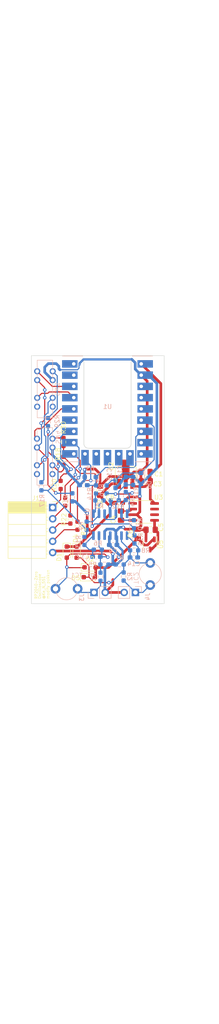
<source format=kicad_pcb>
(kicad_pcb (version 20241229) (generator "pcbnew") (generator_version "9.0")
  (layers (0 "F.Cu" signal) (2 "B.Cu" signal) (13 "F.Paste" user) (15 "B.Paste" user) (5 "F.SilkS" user "F.Silkscreen") (7 "B.SilkS" user "B.Silkscreen") (1 "F.Mask" user) (3 "B.Mask" user) (25 "Edge.Cuts" user))
  (net 0 "")
  (net 1 "+5V")
  (net 2 "GND")
  (net 3 "+3V3")
  (net 4 "Net-(U3-CAP+)")
  (net 5 "Net-(U3-CAP-)")
  (net 6 "-5V")
  (net 7 "-3V3")
  (net 8 "Net-(J3-Pin_1)")
  (net 9 "Net-(J4-Pin_1)")
  (net 10 "Net-(U4A-+)")
  (net 11 "Net-(D1-A)")
  (net 12 "Net-(C12-Pad2)")
  (net 13 "Net-(D4-A)")
  (net 14 "Net-(C14-Pad2)")
  (net 15 "Net-(U4A--)")
  (net 16 "Net-(R14-Pad1)")
  (net 17 "Net-(U4B--)")
  (net 18 "Net-(R16-Pad1)")
  (net 19 "Net-(R13-Pad2)")
  (net 20 "Net-(R10-Pad1)")
  (net 21 "Net-(R11-Pad2)")
  (net 22 "Net-(R17-Pad2)")
  (net 23 "Net-(R18-Pad2)")
  (net 24 "/GPIO6")
  (net 25 "/GPIO7")
  (net 26 "/GPIO8")
  (net 27 "/GPIO13")
  (net 28 "Net-(R29-Pad2)")
  (net 29 "Net-(R30-Pad2)")
  (net 32 "Net-(U1-GP3)")
  (net 33 "Net-(U1-GP2)")
  (net 36 "Net-(U1-GP5)")
  (net 37 "Net-(U1-GP4)")
  (net 48 "/ADC0")
  (net 49 "/ADC1")
  (net 50 "/GPIO9")
  (net 51 "/GPIO10")
  (net 52 "/GPIO11")
  (net 53 "/GPIO12")
  (net 54 "Net-(J1-Pin_1)")
  (net 55 "Net-(J1-Pin_2)")
  (net 56 "Net-(J1-Pin_3)")
  (net 57 "Net-(J1-Pin_4)")
  (footprint "Capacitor_SMD:C_0805_2012Metric_Pad1.18x1.45mm_HandSolder" (layer "F.Cu") (at 165.5 80.5 90)
    (property "Reference" "C2")
    (property "Value" "10u" (hide yes))
  )
  (footprint "Diode_SMD:D_SOD-323_HandSoldering" (layer "F.Cu") (at 163.25 97.8)
    (property "Reference" "D2")
    (property "Value" "1N5819WS" (hide yes))
  )
  (footprint "Capacitor_SMD:C_0805_2012Metric_Pad1.18x1.45mm_HandSolder" (layer "F.Cu") (at 175.7795 76.26 180)
    (property "Reference" "C1")
    (property "Value" "10u" (hide yes))
  )
  (footprint "Resistor_SMD:R_0603_1608Metric_Pad0.98x0.95mm_HandSolder" (layer "F.Cu") (at 157.25 73.75 -90)
    (property "Reference" "R18")
    (property "Value" "1k" (hide yes))
  )
  (footprint "Capacitor_SMD:C_0805_2012Metric_Pad1.18x1.45mm_HandSolder" (layer "F.Cu") (at 174.0295 90.2275 90)
    (property "Reference" "C6")
    (property "Value" "10u")
  )
  (footprint "Diode_SMD:D_SOD-323_HandSoldering" (layer "F.Cu") (at 163.0745 100.025)
    (property "Reference" "D5")
    (property "Value" "1N5819WS" (hide yes))
  )
  (footprint "Capacitor_SMD:C_0805_2012Metric_Pad1.18x1.45mm_HandSolder" (layer "F.Cu") (at 176.942 89.315 180)
    (property "Reference" "C5")
    (property "Value" "10u")
  )
  (footprint "Resistor_SMD:R_0603_1608Metric_Pad0.98x0.95mm_HandSolder" (layer "F.Cu") (at 156.6 79.2 90)
    (property "Reference" "R20")
    (property "Value" "1k")
  )
  (footprint "Resistor_SMD:R_0603_1608Metric_Pad0.98x0.95mm_HandSolder" (layer "F.Cu") (at 160.4 88.4 90)
    (property "Reference" "R23")
    (property "Value" "1k" (hide yes))
  )
  (footprint "Connector_PinSocket_2.54mm:PinSocket_1x05_P2.54mm_Horizontal" (layer "F.Cu") (at 154.8 84.3)
    (property "Reference" "J1")
    (property "Value" "Conn_01x05_Socket")
  )
  (footprint "Diode_SMD:D_SOD-323_HandSoldering" (layer "F.Cu") (at 157.9845 94.365 -90)
    (property "Reference" "D1")
    (property "Value" "1N5819WS" (hide yes))
  )
  (footprint "Package_TO_SOT_SMD:SOT-23-3" (layer "F.Cu") (at 176.8295 92.6275 -90)
    (property "Reference" "U5")
    (property "Value" "XC6201P332MR-G" (hide yes))
  )
  (footprint "Resistor_SMD:R_0603_1608Metric_Pad0.98x0.95mm_HandSolder" (layer "F.Cu") (at 157.6 83 90)
    (property "Reference" "R21" (hide yes))
    (property "Value" "1k" (hide yes))
  )
  (footprint "Resistor_SMD:R_0603_1608Metric_Pad0.98x0.95mm_HandSolder" (layer "F.Cu") (at 157.25 69.5 90)
    (property "Reference" "R30")
    (property "Value" "180" (hide yes))
  )
  (footprint "Resistor_SMD:R_0603_1608Metric_Pad0.98x0.95mm_HandSolder" (layer "F.Cu") (at 158.8 87 90)
    (property "Reference" "R22")
    (property "Value" "1k" (hide yes))
  )
  (footprint "Capacitor_SMD:C_0805_2012Metric_Pad1.18x1.45mm_HandSolder" (layer "F.Cu") (at 175.827 78.355 180)
    (property "Reference" "C3")
    (property "Value" "10u" (hide yes))
  )
  (footprint "Capacitor_SMD:C_0805_2012Metric_Pad1.18x1.45mm_HandSolder" (layer "F.Cu") (at 170.2445 86.1275 -90)
    (property "Reference" "C4")
    (property "Value" "10u" (hide yes))
  )
  (footprint "Package_TO_SOT_SMD:SOT-89-3_Handsoldering" (layer "F.Cu") (at 171.3045 76.49 90)
    (property "Reference" "U2")
    (property "Value" "UR133AG-33_AB3-B-R" (hide yes))
  )
  (footprint "Diode_SMD:D_SOD-323_HandSoldering" (layer "F.Cu") (at 160.2145 94.365 -90)
    (property "Reference" "D4")
    (property "Value" "1N5819WS" (hide yes))
  )
  (footprint "Capacitor_SMD:C_0603_1608Metric_Pad1.08x0.95mm_HandSolder" (layer "F.Cu") (at 169.75 83.25)
    (property "Reference" "C8")
    (property "Value" "0.1u" (hide yes))
  )
  (footprint "Package_SO:SOIC-8_3.9x4.9mm_P1.27mm" (layer "F.Cu") (at 175.3545 85.28)
    (property "Reference" "U3")
    (property "Value" "ICL7660" (hide yes))
  )
  (footprint "RP2040-Zero:RP2040 Zero" (layer "B.Cu") (at 177.35 74.8515 180)
    (property "Reference" "U1")
    (property "Value" "-")
    (fp_line (start 15.494 4.953) (end 15.494 23.749) (stroke (width 0.12)) (layer "Edge.Cuts"))
    (fp_line (start 5.842 3.937) (end 14.478 3.937) (stroke (width 0.12)) (layer "Edge.Cuts"))
    (fp_line (start 4.826 23.749) (end 4.826 4.953) (stroke (width 0.12)) (layer "Edge.Cuts"))
    (fp_arc (start 14.478 3.937) (mid 15.19642 4.23458) (end 15.494 4.953) (stroke (width 0.12)) (layer "Edge.Cuts"))
    (fp_arc (start 4.826 4.953) (mid 5.12358 4.23458) (end 5.842 3.937) (stroke (width 0.12)) (layer "Edge.Cuts"))
  )
  (footprint "Resistor_SMD:R_0603_1608Metric_Pad0.98x0.95mm_HandSolder" (layer "B.Cu") (at 173.17 88.0625 90)
    (property "Reference" "R10")
    (property "Value" "30k")
  )
  (footprint "Resistor_SMD:R_0603_1608Metric_Pad0.98x0.95mm_HandSolder" (layer "B.Cu") (at 166.9925 80.2275 90)
    (property "Reference" "R16")
    (property "Value" "2.7k" (hide yes))
  )
  (footprint "Resistor_SMD:R_0603_1608Metric_Pad0.98x0.95mm_HandSolder" (layer "B.Cu") (at 164.5925 80.2075 90)
    (property "Reference" "R14")
    (property "Value" "2.7k" (hide yes))
  )
  (footprint "Resistor_SMD:R_0603_1608Metric_Pad0.98x0.95mm_HandSolder" (layer "B.Cu") (at 164.998 93.8 180)
    (property "Reference" "R6")
    (property "Value" "100k" (hide yes))
  )
  (footprint "Resistor_SMD:R_0603_1608Metric_Pad0.98x0.95mm_HandSolder" (layer "B.Cu") (at 168.8225 82.65)
    (property "Reference" "R12")
    (property "Value" "15k" (hide yes))
  )
  (footprint "Resistor_SMD:R_0603_1608Metric_Pad0.98x0.95mm_HandSolder" (layer "B.Cu") (at 165.375 82.7 180)
    (property "Reference" "R3")
    (property "Value" "220k" (hide yes))
  )
  (footprint "Resistor_SMD:R_0603_1608Metric_Pad0.98x0.95mm_HandSolder" (layer "B.Cu") (at 159.25 82 90)
    (property "Reference" "R11")
    (property "Value" "15k" (hide yes))
  )
  (footprint "Resistor_SMD:R_0603_1608Metric_Pad0.98x0.95mm_HandSolder" (layer "B.Cu") (at 152.25 79.5 90)
    (property "Reference" "R17")
    (property "Value" "1k" (hide yes))
  )
  (footprint "Resistor_SMD:R_0603_1608Metric_Pad0.98x0.95mm_HandSolder" (layer "B.Cu") (at 161.9805 91.8275 90)
    (property "Reference" "R13")
    (property "Value" "2.7k" (hide yes))
  )
  (footprint "Resistor_SMD:R_0603_1608Metric_Pad0.98x0.95mm_HandSolder" (layer "B.Cu") (at 162.4805 88.4025 90)
    (property "Reference" "R9")
    (property "Value" "30k" (hide yes))
  )
  (footprint "Resistor_SMD:R_0603_1608Metric_Pad0.98x0.95mm_HandSolder" (layer "B.Cu") (at 170.835 99.8725 90)
    (property "Reference" "R2")
    (property "Value" "1M" (hide yes))
  )
  (footprint "Capacitor_SMD:C_0603_1608Metric_Pad1.08x0.95mm_HandSolder" (layer "B.Cu") (at 164.693 95.415 180)
    (property "Reference" "C12")
    (property "Value" "200p" (hide yes))
  )
  (footprint "TMCV01-10P100VB:TMCV01-10P100VB" (layer "B.Cu") (at 176.85 98.8 90)
    (property "Reference" "TC2")
    (property "Value" "30p" (hide yes))
  )
  (footprint "Capacitor_SMD:C_0603_1608Metric_Pad1.08x0.95mm_HandSolder" (layer "B.Cu") (at 161.75 79.25 180)
    (property "Reference" "C13" (hide yes))
    (property "Value" "200p" (hide yes))
  )
  (footprint "Slide_Switch:DP3T_MSS23D18" (layer "B.Cu") (at 153.05 57.53 90)
    (property "Reference" "SW3")
    (property "Value" "SW_DP3T" (hide yes))
  )
  (footprint "Diode_SMD:D_SOD-323_HandSoldering" (layer "B.Cu") (at 163.2975 77.425 180)
    (property "Reference" "D3")
    (property "Value" "1N5819WS" (hide yes))
  )
  (footprint "Capacitor_SMD:C_0603_1608Metric_Pad1.08x0.95mm_HandSolder" (layer "B.Cu") (at 169 79 -90)
    (property "Reference" "C15")
    (property "Value" "200p" (hide yes))
  )
  (footprint "Connector_PinSocket_2.54mm:PinSocket_1x02_P2.54mm_Vertical" (layer "B.Cu") (at 173.5 103.47 90)
    (property "Reference" "J4")
    (property "Value" "Conn_01x02_Pin" (hide yes))
  )
  (footprint "Diode_SMD:D_SOD-323_HandSoldering" (layer "B.Cu") (at 174.75 77.75 -90)
    (property "Reference" "D6")
    (property "Value" "1N5819WS")
  )
  (footprint "Resistor_SMD:R_0603_1608Metric_Pad0.98x0.95mm_HandSolder" (layer "B.Cu") (at 165.61 99.9225 90)
    (property "Reference" "R1")
    (property "Value" "1M" (hide yes))
  )
  (footprint "Resistor_SMD:R_0603_1608Metric_Pad0.98x0.95mm_HandSolder" (layer "B.Cu") (at 153.75 65 90)
    (property "Reference" "R29")
    (property "Value" "180")
  )
  (footprint "Connector_PinSocket_2.54mm:PinSocket_1x02_P2.54mm_Vertical" (layer "B.Cu") (at 164.14 103.47 -90)
    (property "Reference" "J3")
    (property "Value" "Conn_01x02_Pin" (hide yes))
  )
  (footprint "Resistor_SMD:R_0603_1608Metric_Pad0.98x0.95mm_HandSolder" (layer "B.Cu") (at 166.4975 97.16)
    (property "Reference" "R5")
    (property "Value" "100k" (hide yes))
  )
  (footprint "Capacitor_SMD:C_0603_1608Metric_Pad1.08x0.95mm_HandSolder" (layer "B.Cu") (at 168.4605 92.74)
    (property "Reference" "C9")
    (property "Value" "0.1u" (hide yes))
  )
  (footprint "Resistor_SMD:R_0603_1608Metric_Pad0.98x0.95mm_HandSolder" (layer "B.Cu") (at 173.2805 91.5025 90)
    (property "Reference" "R15")
    (property "Value" "2.7k" (hide yes))
  )
  (footprint "Resistor_SMD:R_0603_1608Metric_Pad0.98x0.95mm_HandSolder" (layer "B.Cu") (at 169.9475 97.16 180)
    (property "Reference" "R7")
    (property "Value" "100k" (hide yes))
  )
  (footprint "Package_SO:SOIC-14_3.9x8.7mm_P1.27mm" (layer "B.Cu") (at 167.8105 88.165 -90)
    (property "Reference" "U4")
    (property "Value" "~")
  )
  (footprint "Resistor_SMD:R_0603_1608Metric_Pad0.98x0.95mm_HandSolder" (layer "B.Cu") (at 171.3225 81.6975 90)
    (property "Reference" "R4")
    (property "Value" "220k" (hide yes))
  )
  (footprint "Resistor_SMD:R_0603_1608Metric_Pad0.98x0.95mm_HandSolder" (layer "B.Cu") (at 173.0025 78.2675 90)
    (property "Reference" "R19")
    (property "Value" "1k" (hide yes))
  )
  (footprint "Resistor_SMD:R_0603_1608Metric_Pad0.98x0.95mm_HandSolder" (layer "B.Cu") (at 173.218 93.965)
    (property "Reference" "R8")
    (property "Value" "100k" (hide yes))
  )
  (footprint "Slide_Switch:DP3T_MSS23D18" (layer "B.Cu") (at 153 72.75 90)
    (property "Reference" "SW4")
    (property "Value" "SW_DP3T" (hide yes))
  )
  (footprint "Capacitor_SMD:C_0603_1608Metric_Pad1.08x0.95mm_HandSolder" (layer "B.Cu") (at 171.3025 78.2425 90)
    (property "Reference" "C11")
    (property "Value" "0.1u" (hide yes))
  )
  (footprint "TMCV01-10P100VB:TMCV01-10P100VB" (layer "B.Cu") (at 157.44 102.64 180)
    (property "Reference" "TC1")
    (property "Value" "30p" (hide yes))
  )
  (footprint "Capacitor_SMD:C_0603_1608Metric_Pad1.08x0.95mm_HandSolder" (layer "B.Cu") (at 173.143 95.565)
    (property "Reference" "C14")
    (property "Value" "200p" (hide yes))
  )
  (gr_rect (start 150 50) (end 180 106) (stroke (width 0.1)) (fill no) (layer "Edge.Cuts"))
  (gr_text "modify pukkun" (at 154.090152 104.979321 90) (layer "F.SilkS") (effects (font (size 0.6 0.6) (thickness 0.1) (bold yes)) (justify left bottom)))
  (gr_text "RP2040-Zero" (at 151.4 105 90) (layer "F.SilkS") (effects (font (size 0.6 0.6) (thickness 0.1)) (justify left bottom)))
  (gr_text "@Ke_N_551" (at 153.118269 104.979321 90) (layer "F.SilkS") (effects (font (size 0.6 0.6) (thickness 0.1) (bold yes)) (justify left bottom)))
  (gr_text "Oscilloscope" (at 152.2 105 90) (layer "F.SilkS") (effects (font (size 0.6 0.6) (thickness 0.1)) (justify left bottom)))
  (segment (start 177.02 76.057) (end 176.817 76.26) (width 0.25) (layer "F.Cu") (net 1))
  (segment (start 173.4445 79.58) (end 172.8045 78.94) (width 0.6) (layer "F.Cu") (net 1))
  (segment (start 176.817 78.3075) (end 176.8645 78.355) (width 0.6) (layer "F.Cu") (net 1))
  (segment (start 179.25 56.5) (end 179.25 74.51) (width 0.6) (layer "F.Cu") (net 1))
  (segment (start 179.25 74.51) (end 177.5 76.26) (width 0.6) (layer "F.Cu") (net 1))
  (segment (start 176.8645 82.41) (end 177.8295 83.375) (width 0.6) (layer "F.Cu") (net 1))
  (segment (start 177.5 76.26) (end 176.817 76.26) (width 0.6) (layer "F.Cu") (net 1))
  (segment (start 176.817 76.26) (end 176.817 78.3075) (width 0.6) (layer "F.Cu") (net 1))
  (segment (start 174.81 51.8645) (end 179.25 56.3045) (width 0.6) (layer "F.Cu") (net 1))
  (segment (start 176.8645 78.355) (end 176.8645 82.41) (width 0.6) (layer "F.Cu") (net 1))
  (segment (start 179.25 56.3045) (end 179.25 56.5) (width 0.6) (layer "F.Cu") (net 1))
  (segment (start 175.6395 79.58) (end 173.4445 79.58) (width 0.6) (layer "F.Cu") (net 1))
  (segment (start 176.8645 78.355) (end 175.6395 79.58) (width 0.6) (layer "F.Cu") (net 1))
  (segment (start 171.3045 78.38038) (end 170.38912 77.465) (width 0.25) (layer "F.Cu") (net 2))
  (segment (start 174.35 81.9) (end 174.5 81.75) (width 0.6) (layer "F.Cu") (net 2))
  (segment (start 175.7795 89.19) (end 175.9045 89.315) (width 0.25) (layer "F.Cu") (net 2))
  (segment (start 164.4 75.6) (end 162.15 75.6) (width 0.6) (layer "F.Cu") (net 2))
  (segment (start 173.177392 76.26) (end 171.3045 78.132892) (width 0.6) (layer "F.Cu") (net 2))
  (segment (start 166.68 103.47) (end 170.96 103.47) (width 0.6) (layer "F.Cu") (net 2))
  (segment (start 173.42488 76.26) (end 171.3045 78.38038) (width 0.25) (layer "F.Cu") (net 2))
  (segment (start 174.81 54.4045) (end 176.16 55.7545) (width 0.6) (layer "F.Cu") (net 2))
  (segment (start 167.6725 77.29) (end 165.5 79.4625) (width 0.6) (layer "F.Cu") (net 2))
  (segment (start 171.19 89.19) (end 170.75 88.75) (width 0.6) (layer "F.Cu") (net 2))
  (segment (start 167.4975 77.465) (end 165.5 79.4625) (width 0.25) (layer "F.Cu") (net 2))
  (segment (start 173.665 85.915) (end 172.8795 85.915) (width 0.25) (layer "F.Cu") (net 2))
  (segment (start 171.9625 81.9) (end 174.35 81.9) (width 0.6) (layer "F.Cu") (net 2))
  (segment (start 154.8 94.46) (end 155.145 94.115) (width 0.6) (layer "F.Cu") (net 2))
  (segment (start 176.16 74.842) (end 174.742 76.26) (width 0.6) (layer "F.Cu") (net 2))
  (segment (start 167.700914 94.115) (end 168.392957 94.807043) (width 0.6) (layer "F.Cu") (net 2))
  (segment (start 168.4 100.5695) (end 168.4 101.75) (width 0.6) (layer "F.Cu") (net 2))
  (segment (start 168.4 101.75) (end 166.68 103.47) (width 0.6) (layer "F.Cu") (net 2))
  (segment (start 170.461608 77.29) (end 167.6725 77.29) (width 0.6) (layer "F.Cu") (net 2))
  (segment (start 176.16 55.7545) (end 176.16 74.842) (width 0.6) (layer "F.Cu") (net 2))
  (segment (start 174.742 78.3075) (end 174.7895 78.355) (width 0.6) (layer "F.Cu") (net 2))
  (segment (start 174.1545 89.315) (end 174.0295 89.19) (width 0.6) (layer "F.Cu") (net 2))
  (segment (start 165.5 76.7) (end 164.4 75.6) (width 0.6) (layer "F.Cu") (net 2))
  (segment (start 174.75 86.8105) (end 174.75 88.4695) (width 0.6) (layer "F.Cu") (net 2))
  (segment (start 175.9045 89.315) (end 175.9045 91.465) (width 0.6) (layer "F.Cu") (net 2))
  (segment (start 172.8795 85.915) (end 173.8545 85.915) (width 0.6) (layer "F.Cu") (net 2))
  (segment (start 174.742 76.26) (end 173.177392 76.26) (width 0.6) (layer "F.Cu") (net 2))
  (segment (start 174.0295 89.19) (end 171.19 89.19) (width 0.6) (layer "F.Cu") (net 2))
  (segment (start 171.3045 78.132892) (end 170.461608 77.29) (width 0.6) (layer "F.Cu") (net 2))
  (segment (start 175.9045 91.465) (end 175.8795 91.49) (width 0.6) (layer "F.Cu") (net 2))
  (segment (start 155.145 94.115) (end 167.700914 94.115) (width 0.6) (layer "F.Cu") (net 2))
  (segment (start 173.8545 85.915) (end 174.75 86.8105) (width 0.6) (layer "F.Cu") (net 2))
  (segment (start 162.15 75.6) (end 162 75.75) (width 0.6) (layer "F.Cu") (net 2))
  (segment (start 174.5 85.2695) (end 173.8545 85.915) (width 0.6) (layer "F.Cu") (net 2))
  (segment (start 174.742 76.26) (end 173.42488 76.26) (width 0.25) (layer "F.Cu") (net 2))
  (segment (start 170.38912 77.465) (end 167.4975 77.465) (width 0.25) (layer "F.Cu") (net 2))
  (segment (start 171.3045 78.8525) (end 171.3045 78.132892) (width 0.6) (layer "F.Cu") (net 2))
  (segment (start 174.5 81.75) (end 174.5 85.2695) (width 0.6) (layer "F.Cu") (net 2))
  (segment (start 170.6125 83.25) (end 171.9625 81.9) (width 0.6) (layer "F.Cu") (net 2))
  (segment (start 174.742 76.26) (end 174.742 78.3075) (width 0.6) (layer "F.Cu") (net 2))
  (segment (start 174.75 88.4695) (end 174.0295 89.19) (width 0.6) (layer "F.Cu") (net 2))
  (segment (start 171.3045 78.38038) (end 171.3045 78.8525) (width 0.25) (layer "F.Cu") (net 2))
  (segment (start 165.5 79.4625) (end 165.5 76.7) (width 0.6) (layer "F.Cu") (net 2))
  (segment (start 174.0295 89.19) (end 174.1795 89.04) (width 0.25) (layer "F.Cu") (net 2))
  (segment (start 175.9045 89.315) (end 174.1545 89.315) (width 0.6) (layer "F.Cu") (net 2))
  (via (at 168.392957 94.807043) (size 0.8) (drill 0.4) (layers "F.Cu" "B.Cu") (net 2))
  (via (at 162 75.75) (size 0.8) (drill 0.4) (layers "F.Cu" "B.Cu") (net 2))
  (via (at 174.5 81.75) (size 0.8) (drill 0.4) (layers "F.Cu" "B.Cu") (net 2))
  (via (at 170.75 88.75) (size 0.8) (drill 0.4) (layers "F.Cu" "B.Cu") (net 2))
  (segment (start 169.115305 97.16) (end 170.475 95.800305) (width 0.25) (layer "B.Cu") (net 2))
  (segment (start 155.6 51.8) (end 156.2 52.4) (width 0.6) (layer "B.Cu") (net 2))
  (segment (start 154.8 55.53) (end 153 53.73) (width 0.6) (layer "B.Cu") (net 2))
  (segment (start 158.047391 75.75) (end 158.047391 76.274598) (width 0.6) (layer "B.Cu") (net 2))
  (segment (start 162.0475 78.09) (end 160.8875 79.25) (width 0.6) (layer "B.Cu") (net 2))
  (segment (start 166.5405 89.665) (end 167.0405 89.165) (width 0.6) (layer "B.Cu") (net 2))
  (segment (start 153 52.6) (end 153.8 51.8) (width 0.6) (layer "B.Cu") (net 2))
  (segment (start 167.0405 89.165) (end 168.5805 89.165) (width 0.6) (layer "B.Cu") (net 2))
  (segment (start 173.0025 77.355) (end 173.105 77.355) (width 0.6) (layer "B.Cu") (net 2))
  (segment (start 169.035 97.16) (end 169.5225 97.16) (width 0.25) (layer "B.Cu") (net 2))
  (segment (start 166.6 97.97) (end 167.41 97.16) (width 0.6) (layer "B.Cu") (net 2))
  (segment (start 171.3025 77.38) (end 170.3275 78.355) (width 0.6) (layer "B.Cu") (net 2))
  (segment (start 170.3275 78.535) (end 169 79.8625) (width 0.6) (layer "B.Cu") (net 2))
  (segment (start 170.475 95.800305) (end 170.475 93.892) (width 0.25) (layer "B.Cu") (net 2))
  (segment (start 162.0475 77.425) (end 162.0475 75.7975) (width 0.6) (layer "B.Cu") (net 2))
  (segment (start 173.46 51.614236) (end 172.662908 50.817144) (width 0.6) (layer "B.Cu") (net 2))
  (segment (start 173.46 53.0545) (end 173.46 51.614236) (width 0.6) (layer "B.Cu") (net 2))
  (segment (start 156.2 52.967974) (end 156.434638 53.202612) (width 0.6) (layer "B.Cu") (net 2))
  (segment (start 161.752447 50.8525) (end 160.87 51.734947) (width 0.5) (layer "B.Cu") (net 2))
  (segment (start 169.9955 88.75) (end 170.75 88.75) (width 0.6) (layer "B.Cu") (net 2))
  (segment (start 174.5 81.75) (end 174.75 81.5) (width 0.25) (layer "B.Cu") (net 2))
  (segment (start 173.0025 77.355) (end 171.3275 77.355) (width 0.6) (layer "B.Cu") (net 2))
  (segment (start 170.6 94.017) (end 170.6 95.852082) (width 0.5) (layer "B.Cu") (net 2))
  (segment (start 169.323 92.74) (end 169.323 90.8825) (width 0.6) (layer "B.Cu") (net 2))
  (segment (start 160.745 52.036723) (end 160.745 52.84912) (width 0.25) (layer "B.Cu") (net 2))
  (segment (start 168.392957 94.807043) (end 168.392957 96.517957) (width 0.6) (layer "B.Cu") (net 2))
  (segment (start 162 77.3775) (end 162.0475 77.425) (width 0.25) (layer "B.Cu") (net 2))
  (segment (start 172.627553 50.8525) (end 161.752447 50.8525) (width 0.5) (layer "B.Cu") (net 2))
  (segment (start 174.5 81.75) (end 174.5 79.25) (width 0.6) (layer "B.Cu") (net 2))
  (segment (start 154.75 72.452609) (end 154.75 70.75) (width 0.6) (layer "B.Cu") (net 2))
  (segment (start 174.81 54.4045) (end 173.46 53.0545) (width 0.6) (layer "B.Cu") (net 2))
  (segment (start 169.292082 97.16) (end 169.035 97.16) (width 0.5) (layer "B.Cu") (net 2))
  (segment (start 168.5805 89.165) (end 169.0805 89.665) (width 0.6) (layer "B.Cu") (net 2))
  (segment (start 160.745 52.84912) (end 160.391508 53.202612) (width 0.25) (layer "B.Cu") (net 2))
  (segment (start 160.8875 79.114707) (end 160.8875 79.25) (width 0.6) (layer "B.Cu") (net 2))
  (segment (start 169.323 90.8825) (end 169.0805 90.64) (width 0.6) (layer "B.Cu") (net 2))
  (segment (start 153 53.73) (end 153 52.6) (width 0.6) (layer "B.Cu") (net 2))
  (segment (start 174.5 79.25) (end 174.75 79) (width 0.6) (layer "B.Cu") (net 2))
  (segment (start 158.047391 75.75) (end 154.75 72.452609) (width 0.6) (layer "B.Cu") (net 2))
  (segment (start 174.81 54.4045) (end 176.477108 54.4045) (width 0.6) (layer "B.Cu") (net 2))
  (segment (start 171.3025 77.38) (end 171.3025 77.56) (width 0.25) (layer "B.Cu") (net 2))
  (segment (start 169.035 97.16) (end 167.41 97.16) (width 0.6) (layer "B.Cu") (net 2))
  (segment (start 153.8 51.8) (end 155.6 51.8) (width 0.6) (layer "B.Cu") (net 2))
  (segment (start 166.68 103.47) (end 166.6 103.39) (width 0.6) (layer "B.Cu") (net 2))
  (segment (start 170.6 95.852082) (end 169.292082 97.16) (width 0.5) (layer "B.Cu") (net 2))
  (segment (start 160.391508 53.202612) (end 156.434638 53.202612) (width 0.25) (layer "B.Cu") (net 2))
  (segment (start 168.392957 96.517957) (end 169.035 97.16) (width 0.6) (layer "B.Cu") (net 2))
  (segment (start 166.5405 90.64) (end 166.5405 89.665) (width 0.6) (layer "B.Cu") (net 2))
  (segment (start 176.477108 54.4045) (end 178.36 56.287392) (width 0.6) (layer "B.Cu") (net 2))
  (segment (start 158.047391 76.274598) (end 160.8875 79.114707) (width 0.6) (layer "B.Cu") (net 2))
  (segment (start 167.41 97.16) (end 169.115305 97.16) (width 0.25) (layer "B.Cu") (net 2))
  (segment (start 156.2 52.4) (end 156.2 52.967974) (width 0.6) (layer "B.Cu") (net 2))
  (segment (start 166.6 103.39) (end 166.6 97.97) (width 0.6) (layer "B.Cu") (net 2))
  (segment (start 162.0475 75.7975) (end 162 75.75) (width 0.6) (layer "B.Cu") (net 2))
  (segment (start 170.3275 78.355) (end 170.3275 78.535) (width 0.6) (layer "B.Cu") (net 2))
  (segment (start 173.105 77.355) (end 174.75 79) (width 0.6) (layer "B.Cu") (net 2))
  (segment (start 169.0805 90.64) (end 169.0805 89.665) (width 0.6) (layer "B.Cu") (net 2))
  (segment (start 178.36 56.287392) (end 178.36 75.39) (width 0.6) (layer "B.Cu") (net 2))
  (segment (start 178.36 75.39) (end 174.75 79) (width 0.6) (layer "B.Cu") (net 2))
  (segment (start 162.0475 77.425) (end 162.0475 78.09) (width 0.6) (layer "B.Cu") (net 2))
  (segment (start 160.87 51.734947) (end 160.87 52.036723) (width 0.5) (layer "B.Cu") (net 2))
  (segment (start 169.0805 89.665) (end 169.9955 88.75) (width 0.6) (layer "B.Cu") (net 2))
  (segment (start 170.475 93.892) (end 169.323 92.74) (width 0.25) (layer "B.Cu") (net 2))
  (segment (start 169.323 92.74) (end 170.6 94.017) (width 0.5) (layer "B.Cu") (net 2))
  (segment (start 171.3275 77.355) (end 171.3025 77.38) (width 0.6) (layer "B.Cu") (net 2))
  (segment (start 167.75 85.772793) (end 160.407793 93.115) (width 0.6) (layer "F.Cu") (net 3))
  (segment (start 165.5 81.75) (end 167.75 84) (width 0.6) (layer "F.Cu") (net 3))
  (segment (start 168.5 83.25) (end 167.75 84) (width 0.6) (layer "F.Cu") (net 3))
  (segment (start 165.5 81.5375) (end 165.5 81.75) (width 0.6) (layer "F.Cu") (net 3))
  (segment (start 167.75 84) (end 167.75 85.772793) (width 0.6) (layer "F.Cu") (net 3))
  (segment (start 167.75 85.5795) (end 163.53975 89.78975) (width 0.25) (layer "F.Cu") (net 3))
  (segment (start 168.8875 83.25) (end 168.5 83.25) (width 0.6) (layer "F.Cu") (net 3))
  (segment (start 168.0975 78.94) (end 165.5 81.5375) (width 0.6) (layer "F.Cu") (net 3))
  (segment (start 169.8045 78.94) (end 168.0975 78.94) (width 0.6) (layer "F.Cu") (net 3))
  (segment (start 167.75 84) (end 167.75 85.5795) (width 0.25) (layer "F.Cu") (net 3))
  (segment (start 163.53975 89.78975) (end 160.2145 93.115) (width 0.25) (layer "F.Cu") (net 3))
  (segment (start 162.6 85.6) (end 162.6 88.85) (width 0.6) (layer "F.Cu") (net 3))
  (segment (start 162.6 88.85) (end 163.53975 89.78975) (width 0.6) (layer "F.Cu") (net 3))
  (segment (start 160.2145 93.115) (end 157.9845 93.115) (width 0.6) (layer "F.Cu") (net 3))
  (segment (start 160.407793 93.115) (end 160.2145 93.115) (width 0.6) (layer "F.Cu") (net 3))
  (via (at 162.6 85.6) (size 0.8) (drill 0.4) (layers "F.Cu" "B.Cu") (net 3))
  (via (at 167.75 84) (size 0.8) (drill 0.4) (layers "F.Cu" "B.Cu") (net 3))
  (segment (start 167.91 82.65) (end 167.91 83.84) (width 0.6) (layer "B.Cu") (net 3))
  (segment (start 167.75 84) (end 167.75 85.6295) (width 0.6) (layer "B.Cu") (net 3))
  (segment (start 167.75 85.6295) (end 167.8105 85.69) (width 0.6) (layer "B.Cu") (net 3))
  (segment (start 167.91 83.84) (end 167.75 84) (width 0.6) (layer "B.Cu") (net 3))
  (segment (start 159.25 82.9125) (end 159.9125 82.9125) (width 0.6) (layer "B.Cu") (net 3))
  (segment (start 159.9125 82.9125) (end 162.6 85.6) (width 0.6) (layer "B.Cu") (net 3))
  (segment (start 172.4345 85.09) (end 172.8795 84.645) (width 0.25) (layer "F.Cu") (net 4))
  (segment (start 170.2445 85.09) (end 172.4345 85.09) (width 0.25) (layer "F.Cu") (net 4))
  (segment (start 172.8595 87.165) (end 172.8795 87.185) (width 0.25) (layer "F.Cu") (net 5))
  (segment (start 170.2445 87.165) (end 172.8595 87.165) (width 0.25) (layer "F.Cu") (net 5))
  (segment (start 177.9795 89.315) (end 178.5795 89.915) (width 0.6) (layer "F.Cu") (net 6))
  (segment (start 177.1195 93.765) (end 176.8295 93.765) (width 0.6) (layer "F.Cu") (net 6))
  (segment (start 177.8295 87.185) (end 177.8295 89.165) (width 0.6) (layer "F.Cu") (net 6))
  (segment (start 178.5795 92.305) (end 177.1195 93.765) (width 0.6) (layer "F.Cu") (net 6))
  (segment (start 177.8295 89.165) (end 177.9795 89.315) (width 0.6) (layer "F.Cu") (net 6))
  (segment (start 178.5795 89.915) (end 178.5795 92.305) (width 0.6) (layer "F.Cu") (net 6))
  (segment (start 164.527 97.835) (end 167.4595 97.835) (width 0.25) (layer "F.Cu") (net 7))
  (segment (start 169.7945 95.5) (end 170.52225 94.77225) (width 0.25) (layer "F.Cu") (net 7))
  (segment (start 169.7945 95.5) (end 169.75 95.5) (width 0.6) (layer "F.Cu") (net 7))
  (segment (start 169.75 95.5) (end 167.415 97.835) (width 0.6) (layer "F.Cu") (net 7))
  (segment (start 167.4595 97.835) (end 170.52225 94.77225) (width 0.25) (layer "F.Cu") (net 7))
  (segment (start 167.415 97.835) (end 164.527 97.835) (width 0.6) (layer "F.Cu") (net 7))
  (segment (start 170.52225 94.77225) (end 174.0295 91.265) (width 0.25) (layer "F.Cu") (net 7))
  (segment (start 174.0295 91.265) (end 169.7945 95.5) (width 0.6) (layer "F.Cu") (net 7))
  (segment (start 164.527 99.8225) (end 164.3245 100.025) (width 0.6) (layer "F.Cu") (net 7))
  (segment (start 175.524146 92.759646) (end 176.247544 92.759646) (width 0.6) (layer "F.Cu") (net 7))
  (segment (start 164.527 97.835) (end 164.527 99.8225) (width 0.6) (layer "F.Cu") (net 7))
  (segment (start 174.0295 91.265) (end 175.524146 92.759646) (width 0.6) (layer "F.Cu") (net 7))
  (segment (start 177.51719 91.49) (end 177.7795 91.49) (width 0.6) (layer "F.Cu") (net 7))
  (segment (start 176.247544 92.759646) (end 177.51719 91.49) (width 0.6) (layer "F.Cu") (net 7))
  (via (at 169.75 95.5) (size 0.8) (drill 0.4) (layers "F.Cu" "B.Cu") (net 7))
  (segment (start 167.598 90.8525) (end 167.8105 90.64) (width 0.6) (layer "B.Cu") (net 7))
  (segment (start 169.75 94.892) (end 167.598 92.74) (width 0.6) (layer "B.Cu") (net 7))
  (segment (start 169.75 95.5) (end 169.75 94.892) (width 0.6) (layer "B.Cu") (net 7))
  (segment (start 167.598 92.74) (end 167.598 90.8525) (width 0.6) (layer "B.Cu") (net 7))
  (segment (start 164.14 103.47) (end 161.27 103.47) (width 0.25) (layer "B.Cu") (net 8))
  (segment (start 161.27 103.47) (end 160.44 102.64) (width 0.25) (layer "B.Cu") (net 8))
  (segment (start 165.61 100.835) (end 165.61 102) (width 0.25) (layer "B.Cu") (net 8))
  (segment (start 165.61 102) (end 164.14 103.47) (width 0.25) (layer "B.Cu") (net 8))
  (segment (start 173.5 103.47) (end 173.5 103.45) (width 0.25) (layer "B.Cu") (net 9))
  (segment (start 173.5 103.45) (end 170.835 100.785) (width 0.25) (layer "B.Cu") (net 9))
  (segment (start 173.5 103.47) (end 175.18 103.47) (width 0.25) (layer "B.Cu") (net 9))
  (segment (start 175.18 103.47) (end 176.85 101.8) (width 0.25) (layer "B.Cu") (net 9))
  (segment (start 166.8655 86.99) (end 166.5405 86.665) (width 0.25) (layer "B.Cu") (net 10))
  (segment (start 169.0805 86.665) (end 168.7555 86.99) (width 0.25) (layer "B.Cu") (net 10))
  (segment (start 171.3025 79.105) (end 169.735 80.6725) (width 0.25) (layer "B.Cu") (net 10))
  (segment (start 168.7555 86.99) (end 166.8655 86.99) (width 0.25) (layer "B.Cu") (net 10))
  (segment (start 169.0805 83.3045) (end 169.0805 85.69) (width 0.25) (layer "B.Cu") (net 10))
  (segment (start 169.735 82.65) (end 169.0805 83.3045) (width 0.25) (layer "B.Cu") (net 10))
  (segment (start 173.0025 79.18) (end 171.3775 79.18) (width 0.25) (layer "B.Cu") (net 10))
  (segment (start 169.735 80.6725) (end 169.735 82.65) (width 0.25) (layer "B.Cu") (net 10))
  (segment (start 166.5405 86.665) (end 166.5405 85.69) (width 0.25) (layer "B.Cu") (net 10))
  (segment (start 169.0805 85.69) (end 169.0805 86.665) (width 0.25) (layer "B.Cu") (net 10))
  (segment (start 171.3775 79.18) (end 171.3025 79.105) (width 0.25) (layer "B.Cu") (net 10))
  (segment (start 157.9845 95.615) (end 157.9845 97.855) (width 0.25) (layer "F.Cu") (net 11))
  (segment (start 159.25 97.875) (end 161.987 97.875) (width 0.25) (layer "F.Cu") (net 11))
  (segment (start 158 97.75) (end 158.125 97.875) (width 0.25) (layer "F.Cu") (net 11))
  (segment (start 161.987 97.875) (end 162.027 97.835) (width 0.25) (layer "F.Cu") (net 11))
  (segment (start 158.8095 94.79) (end 157.9845 95.615) (width 0.25) (layer "F.Cu") (net 11))
  (segment (start 158.0045 97.875) (end 159.25 97.875) (width 0.25) (layer "F.Cu") (net 11))
  (segment (start 166.54 94.79) (end 158.8095 94.79) (width 0.25) (layer "F.Cu") (net 11))
  (segment (start 157.9845 97.855) (end 158.0045 97.875) (width 0.25) (layer "F.Cu") (net 11))
  (segment (start 158.125 97.875) (end 159.25 97.875) (width 0.25) (layer "F.Cu") (net 11))
  (segment (start 167.25 95.5) (end 166.54 94.79) (width 0.25) (layer "F.Cu") (net 11))
  (via (at 158 97.75) (size 0.8) (drill 0.4) (layers "F.Cu" "B.Cu") (net 11))
  (via (at 167.25 95.5) (size 0.8) (drill 0.4) (layers "F.Cu" "B.Cu") (net 11))
  (segment (start 155.44 102.64) (end 158 100.08) (width 0.25) (layer "B.Cu") (net 11))
  (segment (start 165.5555 95.415) (end 167.165 95.415) (width 0.25) (layer "B.Cu") (net 11))
  (segment (start 158 100.08) (end 158 97.75) (width 0.25) (layer "B.Cu") (net 11))
  (segment (start 165.9105 95.06) (end 165.5555 95.415) (width 0.25) (layer "B.Cu") (net 11))
  (segment (start 165.61 97.185) (end 165.585 97.16) (width 0.25) (layer "B.Cu") (net 11))
  (segment (start 165.9105 93.8) (end 165.9105 95.06) (width 0.25) (layer "B.Cu") (net 11))
  (segment (start 165.585 95.4445) (end 165.5555 95.415) (width 0.25) (layer "B.Cu") (net 11))
  (segment (start 167.165 95.415) (end 167.25 95.5) (width 0.25) (layer "B.Cu") (net 11))
  (segment (start 165.585 97.16) (end 165.585 95.4445) (width 0.25) (layer "B.Cu") (net 11))
  (segment (start 165.2705 93.16) (end 165.9105 93.8) (width 0.25) (layer "B.Cu") (net 11))
  (segment (start 165.2705 90.64) (end 165.2705 93.16) (width 0.25) (layer "B.Cu") (net 11))
  (segment (start 165.61 99.01) (end 165.61 97.185) (width 0.25) (layer "B.Cu") (net 11))
  (segment (start 164.0005 90.64) (end 161.9805 92.66) (width 0.25) (layer "B.Cu") (net 12))
  (segment (start 164.0855 93.8) (end 163.0405 93.8) (width 0.25) (layer "B.Cu") (net 12))
  (segment (start 163.0405 93.8) (end 161.9805 92.74) (width 0.25) (layer "B.Cu") (net 12))
  (segment (start 163.8305 94.055) (end 164.0855 93.8) (width 0.25) (layer "B.Cu") (net 12))
  (segment (start 161.9805 92.66) (end 161.9805 92.74) (width 0.25) (layer "B.Cu") (net 12))
  (segment (start 163.8305 95.415) (end 163.8305 94.055) (width 0.25) (layer "B.Cu") (net 12))
  (segment (start 163.011326 97.498152) (end 163.011326 100.025) (width 0.25) (layer "F.Cu") (net 13))
  (segment (start 167.5 101.25) (end 164.236326 101.25) (width 0.25) (layer "F.Cu") (net 13))
  (segment (start 164.236326 101.25) (end 163.011326 100.025) (width 0.25) (layer "F.Cu") (net 13))
  (segment (start 161.128174 95.615) (end 163.011326 97.498152) (width 0.25) (layer "F.Cu") (net 13))
  (segment (start 163.011326 100.025) (end 161.8245 100.025) (width 0.25) (layer "F.Cu") (net 13))
  (segment (start 160.2145 95.615) (end 161.128174 95.615) (width 0.25) (layer "F.Cu") (net 13))
  (via (at 167.5 101.25) (size 0.8) (drill 0.4) (layers "F.Cu" "B.Cu") (net 13))
  (segment (start 172.2805 95.565) (end 172.2805 95.7395) (width 0.25) (layer "B.Cu") (net 13))
  (segment (start 170.86 97.16) (end 170.86 98.935) (width 0.25) (layer "B.Cu") (net 13))
  (segment (start 173.5155 96.8) (end 172.2805 95.565) (width 0.25) (layer "B.Cu") (net 13))
  (segment (start 176.85 96.8) (end 173.5155 96.8) (width 0.25) (layer "B.Cu") (net 13))
  (segment (start 172.2805 95.7395) (end 170.86 97.16) (width 0.25) (layer "B.Cu") (net 13))
  (segment (start 172.3055 93.965) (end 170.3505 92.01) (width 0.25) (layer "B.Cu") (net 13))
  (segment (start 170.835 98.96) (end 170.29 98.96) (width 0.25) (layer "B.Cu") (net 13))
  (segment (start 172.3055 95.54) (end 172.2805 95.565) (width 0.25) (layer "B.Cu") (net 13))
  (segment (start 172.3055 93.965) (end 172.3055 95.54) (width 0.25) (layer "B.Cu") (net 13))
  (segment (start 170.29 98.96) (end 168 101.25) (width 0.25) (layer "B.Cu") (net 13))
  (segment (start 170.3505 92.01) (end 170.3505 90.64) (width 0.25) (layer "B.Cu") (net 13))
  (segment (start 168 101.25) (end 167.5 101.25) (width 0.25) (layer "B.Cu") (net 13))
  (segment (start 170.86 98.935) (end 170.835 98.96) (width 0.25) (layer "B.Cu") (net 13))
  (segment (start 174.1305 93.965) (end 174.1305 93.265) (width 0.25) (layer "B.Cu") (net 14))
  (segment (start 173.2805 92.3) (end 171.6205 90.64) (width 0.25) (layer "B.Cu") (net 14))
  (segment (start 174.0055 95.565) (end 174.0055 94.09) (width 0.25) (layer "B.Cu") (net 14))
  (segment (start 173.2805 92.415) (end 173.2805 92.3) (width 0.25) (layer "B.Cu") (net 14))
  (segment (start 174.1305 93.265) (end 173.2805 92.415) (width 0.25) (layer "B.Cu") (net 14))
  (segment (start 174.0055 94.09) (end 174.1305 93.965) (width 0.25) (layer "B.Cu") (net 14))
  (segment (start 162.4805 87.49) (end 163.847252 87.49) (width 0.25) (layer "B.Cu") (net 15))
  (segment (start 165.2705 86.066752) (end 165.2705 85.69) (width 0.25) (layer "B.Cu") (net 15))
  (segment (start 163.847252 87.49) (end 165.2705 86.066752) (width 0.25) (layer "B.Cu") (net 15))
  (segment (start 166.2875 82.7) (end 165.2705 83.717) (width 0.25) (layer "B.Cu") (net 15))
  (segment (start 165.2705 83.717) (end 165.2705 85.69) (width 0.25) (layer "B.Cu") (net 15))
  (segment (start 164.4625 82.7) (end 164.4625 85.228) (width 0.25) (layer "B.Cu") (net 16))
  (segment (start 164.4625 81.25) (end 164.5925 81.12) (width 0.25) (layer "B.Cu") (net 16))
  (segment (start 164.4625 82.7) (end 164.4625 81.25) (width 0.25) (layer "B.Cu") (net 16))
  (segment (start 164.4625 85.228) (end 164.0005 85.69) (width 0.25) (layer "B.Cu") (net 16))
  (segment (start 170.3505 83.582) (end 171.3225 82.61) (width 0.25) (layer "B.Cu") (net 17))
  (segment (start 170.3505 86.665) (end 170.3505 85.69) (width 0.25) (layer "B.Cu") (net 17))
  (segment (start 170.3505 85.69) (end 170.3505 83.582) (width 0.25) (layer "B.Cu") (net 17))
  (segment (start 170.8355 87.15) (end 170.3505 86.665) (width 0.25) (layer "B.Cu") (net 17))
  (segment (start 173.17 87.15) (end 170.8355 87.15) (width 0.25) (layer "B.Cu") (net 17))
  (segment (start 169 81.25) (end 172.5 81.25) (width 0.25) (layer "F.Cu") (net 18))
  (segment (start 172.5 81.25) (end 172.75 81) (width 0.25) (layer "F.Cu") (net 18))
  (via (at 169 81.25) (size 0.8) (drill 0.4) (layers "F.Cu" "B.Cu") (net 18))
  (via (at 172.75 81) (size 0.8) (drill 0.4) (layers "F.Cu" "B.Cu") (net 18))
  (segment (start 171.5375 81) (end 171.3225 80.785) (width 0.25) (layer "B.Cu") (net 18))
  (segment (start 172.75 81) (end 171.5375 81) (width 0.25) (layer "B.Cu") (net 18))
  (segment (start 171.3225 80.785) (end 172.1225 81.585) (width 0.25) (layer "B.Cu") (net 18))
  (segment (start 168.89 81.14) (end 169 81.25) (width 0.25) (layer "B.Cu") (net 18))
  (segment (start 170.9675 81.14) (end 171.3225 80.785) (width 0.25) (layer "B.Cu") (net 18))
  (segment (start 172.1225 85.188) (end 171.6205 85.69) (width 0.25) (layer "B.Cu") (net 18))
  (segment (start 172.1225 81.585) (end 172.1225 85.188) (width 0.25) (layer "B.Cu") (net 18))
  (segment (start 166.9925 81.14) (end 168.89 81.14) (width 0.25) (layer "B.Cu") (net 18))
  (segment (start 156 74.975402) (end 156.025455 75.000857) (width 0.25) (layer "F.Cu") (net 19))
  (segment (start 153.8 67.525) (end 153.725 67.6) (width 0.25) (layer "F.Cu") (net 19))
  (segment (start 153.8 67.2) (end 153.8 67.525) (width 0.25) (layer "F.Cu") (net 19))
  (segment (start 153.725 67.6) (end 153.725 67.475) (width 0.25) (layer "F.Cu") (net 19))
  (segment (start 156 73.938) (end 156 74.975402) (width 0.25) (layer "F.Cu") (net 19))
  (segment (start 156 73.938) (end 153.725 71.663) (width 0.25) (layer "F.Cu") (net 19))
  (segment (start 153.725 71.663) (end 153.725 67.6) (width 0.25) (layer "F.Cu") (net 19))
  (via (at 156.025455 75.000857) (size 0.8) (drill 0.4) (layers "F.Cu" "B.Cu") (net 19))
  (via (at 153.8 67.2) (size 0.8) (drill 0.4) (layers "F.Cu" "B.Cu") (net 19))
  (segment (start 156.025455 75.000857) (end 156.025455 75.724545) (width 0.25) (layer "B.Cu") (net 19))
  (segment (start 156.025455 75.724545) (end 156 75.75) (width 0.25) (layer "B.Cu") (net 19))
  (segment (start 152.25 80.4125) (end 153.578 80.4125) (width 0.25) (layer "B.Cu") (net 19))
  (segment (start 153.75 65.9125) (end 153.75 67.15) (width 0.25) (layer "B.Cu") (net 19))
  (segment (start 156 78.25) (end 153.70775 80.54225) (width 0.25) (layer "B.Cu") (net 19))
  (segment (start 156 75.75) (end 156 78.25) (width 0.25) (layer "B.Cu") (net 19))
  (segment (start 162.4805 89.315) (end 162.4805 90.415) (width 0.25) (layer "B.Cu") (net 19))
  (segment (start 162.4805 90.415) (end 161.9805 90.915) (width 0.25) (layer "B.Cu") (net 19))
  (segment (start 153.75 67.15) (end 153.8 67.2) (width 0.25) (layer "B.Cu") (net 19))
  (segment (start 153.70775 80.54225) (end 162.4805 89.315) (width 0.25) (layer "B.Cu") (net 19))
  (segment (start 153.578 80.4125) (end 153.70775 80.54225) (width 0.25) (layer "B.Cu") (net 19))
  (segment (start 157.25 72.8375) (end 161.0125 76.6) (width 0.25) (layer "F.Cu") (net 20))
  (segment (start 164.786826 78.55) (end 163.75 79.586826) (width 0.25) (layer "F.Cu") (net 20))
  (segment (start 163.75 88.5) (end 163.75 79.6) (width 0.25) (layer "F.Cu") (net 20))
  (segment (start 164.2 76.6) (end 164.786826 77.186826) (width 0.25) (layer "F.Cu") (net 20))
  (segment (start 163.75 79.586826) (end 163.75 79.6) (width 0.25) (layer "F.Cu") (net 20))
  (segment (start 157.25 72.8375) (end 157.25 70.4125) (width 0.25) (layer "F.Cu") (net 20))
  (segment (start 161.0125 76.6) (end 164.2 76.6) (width 0.25) (layer "F.Cu") (net 20))
  (segment (start 164.786826 77.186826) (end 164.786826 78.55) (width 0.25) (layer "F.Cu") (net 20))
  (via (at 163.75 88.5) (size 0.8) (drill 0.4) (layers "F.Cu" "B.Cu") (net 20))
  (segment (start 173.17 90.4795) (end 173.2805 90.59) (width 0.25) (layer "B.Cu") (net 20))
  (segment (start 173.17 88.975) (end 172.195 88) (width 0.25) (layer "B.Cu") (net 20))
  (segment (start 172.195 88) (end 164.25 88) (width 0.25) (layer "B.Cu") (net 20))
  (segment (start 173.17 88.975) (end 173.17 90.4795) (width 0.25) (layer "B.Cu") (net 20))
  (segment (start 164.25 88) (end 163.75 88.5) (width 0.25) (layer "B.Cu") (net 20))
  (segment (start 151.25 70.75) (end 153.725 73.225) (width 0.25) (layer "F.Cu") (net 21))
  (segment (start 153.725 79.225) (end 155.5 81) (width 0.25) (layer "F.Cu") (net 21))
  (segment (start 153.725 73.225) (end 153.725 79.225) (width 0.25) (layer "F.Cu") (net 21))
  (segment (start 153 59.5) (end 153 64.439319) (width 0.25) (layer "F.Cu") (net 21))
  (segment (start 153 64.439319) (end 152.189319 65.25) (width 0.25) (layer "F.Cu") (net 21))
  (segment (start 151.3 55.53) (end 153 57.23) (width 0.25) (layer "F.Cu") (net 21))
  (segment (start 153 57.23) (end 153 57.75) (width 0.25) (layer "F.Cu") (net 21))
  (via (at 153 59.5) (size 0.8) (drill 0.4) (layers "F.Cu" "B.Cu") (net 21))
  (via (at 153 57.75) (size 0.8) (drill 0.4) (layers "F.Cu" "B.Cu") (net 21))
  (via (at 152.189319 65.25) (size 0.8) (drill 0.4) (layers "F.Cu" "B.Cu") (net 21))
  (via (at 155.5 81) (size 0.8) (drill 0.4) (layers "F.Cu" "B.Cu") (net 21))
  (segment (start 155.5875 81.0875) (end 155.5 81) (width 0.25) (layer "B.Cu") (net 21))
  (segment (start 159.25 81.0875) (end 155.5875 81.0875) (width 0.25) (layer "B.Cu") (net 21))
  (segment (start 152.189319 65.25) (end 152.275 65.335681) (width 0.25) (layer "B.Cu") (net 21))
  (segment (start 152.275 69.725) (end 151.25 70.75) (width 0.25) (layer "B.Cu") (net 21))
  (segment (start 153 57.75) (end 153 59.5) (width 0.25) (layer "B.Cu") (net 21))
  (segment (start 152.275 65.335681) (end 152.275 69.725) (width 0.25) (layer "B.Cu") (net 21))
  (segment (start 152.274132 73.223425) (end 152.861091 72.636466) (width 0.25) (layer "B.Cu") (net 22))
  (segment (start 152.913819 63.640685) (end 153.554504 63) (width 0.25) (layer "B.Cu") (net 22))
  (segment (start 153.75 63) (end 153.75 60.58) (width 0.25) (layer "B.Cu") (net 22))
  (segment (start 153.25 72.636466) (end 153.25 68.25) (width 0.25) (layer "B.Cu") (net 22))
  (segment (start 152.913819 67.913819) (end 152.913819 63.640685) (width 0.25) (layer "B.Cu") (net 22))
  (segment (start 152.25 78.5875) (end 152.8 78.0375) (width 0.25) (layer "B.Cu") (net 22))
  (segment (start 153.25 68.25) (end 152.913819 67.913819) (width 0.25) (layer "B.Cu") (net 22))
  (segment (start 152.8 74.4) (end 152.274132 73.874132) (width 0.25) (layer "B.Cu") (net 22))
  (segment (start 153.554504 63) (end 153.75 63) (width 0.25) (layer "B.Cu") (net 22))
  (segment (start 152.274132 73.874132) (end 152.274132 73.223425) (width 0.25) (layer "B.Cu") (net 22))
  (segment (start 152.8 78.0375) (end 152.8 74.4) (width 0.25) (layer "B.Cu") (net 22))
  (segment (start 153.75 60.58) (end 154.8 59.53) (width 0.25) (layer "B.Cu") (net 22))
  (segment (start 152.861091 72.636466) (end 153.25 72.636466) (width 0.25) (layer "B.Cu") (net 22))
  (segment (start 154.75 74.75) (end 156.25 76.25) (width 0.25) (layer "F.Cu") (net 23))
  (segment (start 156.75 76.25) (end 157.25 75.75) (width 0.25) (layer "F.Cu") (net 23))
  (segment (start 154.8375 74.6625) (end 154.75 74.75) (width 0.25) (layer "F.Cu") (net 23))
  (segment (start 156.25 76.25) (end 156.75 76.25) (width 0.25) (layer "F.Cu") (net 23))
  (segment (start 157.25 75.75) (end 157.25 74.6625) (width 0.25) (layer "F.Cu") (net 23))
  (segment (start 156.6 77.4) (end 156.6 78.2875) (width 0.25) (layer "F.Cu") (net 24))
  (segment (start 157.895782 76.7) (end 157.3 76.7) (width 0.25) (layer "F.Cu") (net 24))
  (segment (start 158.941757 75.654025) (end 157.895782 76.7) (width 0.25) (layer "F.Cu") (net 24))
  (segment (start 157.3 76.7) (end 156.6 77.4) (width 0.25) (layer "F.Cu") (net 24))
  (via (at 158.941757 75.654025) (size 0.8) (drill 0.4) (layers "F.Cu" "B.Cu") (net 24))
  (segment (start 156.595 73.307268) (end 158.941757 75.654025) (width 0.25) (layer "B.Cu") (net 24))
  (segment (start 159.57 67.1045) (end 157.8955 67.1045) (width 0.25) (layer "B.Cu") (net 24))
  (segment (start 157.8955 67.1045) (end 156.595 68.405) (width 0.25) (layer "B.Cu") (net 24))
  (segment (start 156.595 68.405) (end 156.595 73.307268) (width 0.25) (layer "B.Cu") (net 24))
  (segment (start 159.915685 76.870805) (end 159.915685 77.084315) (width 0.25) (layer "F.Cu") (net 25))
  (segment (start 157.6 79.4) (end 157.6 82.0875) (width 0.25) (layer "F.Cu") (net 25))
  (segment (start 159.915685 77.084315) (end 157.6 79.4) (width 0.25) (layer "F.Cu") (net 25))
  (via (at 159.915685 76.870805) (size 0.8) (drill 0.4) (layers "F.Cu" "B.Cu") (net 25))
  (segment (start 160.745 70.8195) (end 160.745 74.655) (width 0.25) (layer "B.Cu") (net 25))
  (segment (start 159.915685 75.484315) (end 159.915685 76.870805) (width 0.25) (layer "B.Cu") (net 25))
  (segment (start 159.57 69.6445) (end 160.745 70.8195) (width 0.25) (layer "B.Cu") (net 25))
  (segment (start 159.57 69.6445) (end 158.15038 69.6445) (width 0.25) (layer "B.Cu") (net 25))
  (segment (start 160.745 74.655) (end 159.915685 75.484315) (width 0.25) (layer "B.Cu") (net 25))
  (segment (start 158.8 79.4) (end 158.8 86.0875) (width 0.25) (layer "F.Cu") (net 26))
  (segment (start 161.017617 73.632117) (end 161.017617 75.565804) (width 0.25) (layer "F.Cu") (net 26))
  (segment (start 160.62244 77.57756) (end 158.8 79.4) (width 0.25) (layer "F.Cu") (net 26))
  (segment (start 159.57 72.1845) (end 161.017617 73.632117) (width 0.25) (layer "F.Cu") (net 26))
  (via (at 161.017617 75.565804) (size 0.8) (drill 0.4) (layers "F.Cu" "B.Cu") (net 26))
  (via (at 160.62244 77.57756) (size 0.8) (drill 0.4) (layers "F.Cu" "B.Cu") (net 26))
  (segment (start 159.57 72.1845) (end 160.168568 72.783068) (width 0.25) (layer "B.Cu") (net 26))
  (segment (start 161.017617 77.182383) (end 160.62244 77.57756) (width 0.25) (layer "B.Cu") (net 26))
  (segment (start 161.017617 75.565804) (end 161.017617 77.182383) (width 0.25) (layer "B.Cu") (net 26))
  (segment (start 155.825 54.555) (end 154.8 53.53) (width 0.25) (layer "B.Cu") (net 28))
  (segment (start 153.75 64.0875) (end 155.825 62.0125) (width 0.25) (layer "B.Cu") (net 28))
  (segment (start 155.825 62.0125) (end 155.825 54.555) (width 0.25) (layer "B.Cu") (net 28))
  (segment (start 157.25 68.5875) (end 154.9125 68.5875) (width 0.25) (layer "F.Cu") (net 29))
  (segment (start 154.9125 68.5875) (end 154.75 68.75) (width 0.25) (layer "F.Cu") (net 29))
  (segment (start 158.2855 58.2) (end 159.57 59.4845) (width 0.25) (layer "F.Cu") (net 32))
  (segment (start 151.3 59.53) (end 152.319896 58.510104) (width 0.25) (layer "F.Cu") (net 32))
  (segment (start 154 58.2) (end 158.2855 58.2) (width 0.25) (layer "F.Cu") (net 32))
  (segment (start 152.319896 58.510104) (end 153.689896 58.510104) (width 0.25) (layer "F.Cu") (net 32))
  (segment (start 153.689896 58.510104) (end 154 58.2) (width 0.25) (layer "F.Cu") (net 32))
  (segment (start 154.7145 56.9445) (end 159.57 56.9445) (width 0.25) (layer "F.Cu") (net 33))
  (segment (start 151.3 53.53) (end 154.7145 56.9445) (width 0.25) (layer "F.Cu") (net 33))
  (segment (start 151.25 74.75) (end 151.772862 74.75) (width 0.25) (layer "F.Cu") (net 36))
  (segment (start 151.772862 74.75) (end 152.999132 73.52373) (width 0.25) (layer "F.Cu") (net 36))
  (via (at 152.999132 73.52373) (size 0.8) (drill 0.4) (layers "F.Cu" "B.Cu") (net 36))
  (segment (start 153.725 72.797862) (end 153.725 68.300305) (width 0.25) (layer "B.Cu") (net 36))
  (segment (start 157.487736 64.5645) (end 159.57 64.5645) (width 0.25) (layer "B.Cu") (net 36))
  (segment (start 157.487736 64.5645) (end 158.67 64.5645) (width 0.25) (layer "B.Cu") (net 36))
  (segment (start 153.725 68.300305) (end 157.460805 64.5645) (width 0.25) (layer "B.Cu") (net 36))
  (segment (start 152.999132 73.52373) (end 153.725 72.797862) (width 0.25) (layer "B.Cu") (net 36))
  (segment (start 157.460805 64.5645) (end 158.67 64.5645) (width 0.25) (layer "B.Cu") (net 36))
  (segment (start 151.224695 66.5) (end 150.757736 66.966959) (width 0.25) (layer "F.Cu") (net 37))
  (segment (start 159.57 62.0245) (end 156.7255 62.0245) (width 0.25) (layer "F.Cu") (net 37))
  (segment (start 150.757736 66.966959) (end 150.757736 68.257736) (width 0.25) (layer "F.Cu") (net 37))
  (segment (start 150.757736 68.257736) (end 151.25 68.75) (width 0.25) (layer "F.Cu") (net 37))
  (segment (start 156.7255 62.0245) (end 152.25 66.5) (width 0.25) (layer "F.Cu") (net 37))
  (segment (start 152.25 66.5) (end 151.224695 66.5) (width 0.25) (layer "F.Cu") (net 37))
  (segment (start 177.735 66.11988) (end 177.735 73.515) (width 0.25) (layer "B.Cu") (net 48))
  (segment (start 169 78.1375) (end 168.17 78.1375) (width 0.25) (layer "B.Cu") (net 48))
  (segment (start 174.75 76.5) (end 170.6375 76.5) (width 0.25) (layer "B.Cu") (net 48))
  (segment (start 168.17 78.1375) (end 166.9925 79.315) (width 0.25) (layer "B.Cu") (net 48))
  (segment (start 177.735 73.515) (end 174.75 76.5) (width 0.25) (layer "B.Cu") (net 48))
  (segment (start 176.51 65.4145) (end 177.02962 65.4145) (width 0.25) (layer "B.Cu") (net 48))
  (segment (start 175.66 64.5645) (end 176.51 65.4145) (width 0.25) (layer "B.Cu") (net 48))
  (segment (start 177.02962 65.4145) (end 177.735 66.11988) (width 0.25) (layer "B.Cu") (net 48))
  (segment (start 170.6375 76.5) (end 169 78.1375) (width 0.25) (layer "B.Cu") (net 48))
  (segment (start 166.75 75.25) (end 164.575 77.425) (width 0.25) (layer "B.Cu") (net 49))
  (segment (start 173.585 68.3295) (end 173.585 74.82912) (width 0.25) (layer "B.Cu") (net 49))
  (segment (start 173.16412 75.25) (end 166.75 75.25) (width 0.25) (layer "B.Cu") (net 49))
  (segment (start 164.5925 79.295) (end 162.6575 79.295) (width 0.25) (layer "B.Cu") (net 49))
  (segment (start 162.6575 79.295) (end 162.6125 79.25) (width 0.25) (layer "B.Cu") (net 49))
  (segment (start 164.5475 77.425) (end 164.5475 79.25) (width 0.25) (layer "B.Cu") (net 49))
  (segment (start 164.575 77.425) (end 164.5475 77.425) (width 0.25) (layer "B.Cu") (net 49))
  (segment (start 164.5475 79.25) (end 164.5925 79.295) (width 0.25) (layer "B.Cu") (net 49))
  (segment (start 174.81 67.1045) (end 173.585 68.3295) (width 0.25) (layer "B.Cu") (net 49))
  (segment (start 173.585 74.82912) (end 173.16412 75.25) (width 0.25) (layer "B.Cu") (net 49))
  (segment (start 161.8 78.2) (end 163.4 78.2) (width 0.25) (layer "F.Cu") (net 50))
  (segment (start 160.4 79.6) (end 161.8 78.2) (width 0.25) (layer "F.Cu") (net 50))
  (segment (start 160.4 87.4875) (end 160.4 79.6) (width 0.25) (layer "F.Cu") (net 50))
  (via (at 163.4 78.2) (size 0.8) (drill 0.4) (layers "F.Cu" "B.Cu") (net 50))
  (segment (start 162.11 73.55412) (end 163.4 74.84412) (width 0.25) (layer "B.Cu") (net 50))
  (segment (start 163.4 74.84412) (end 163.4 78.2) (width 0.25) (layer "B.Cu") (net 50))
  (segment (start 162.11 72.1845) (end 162.11 73.55412) (width 0.25) (layer "B.Cu") (net 50))
  (segment (start 156.6 82.5) (end 154.8 84.3) (width 0.25) (layer "F.Cu") (net 54))
  (segment (start 156.6 80.1125) (end 156.6 82.5) (width 0.25) (layer "F.Cu") (net 54))
  (segment (start 157.6 84.04) (end 154.8 86.84) (width 0.25) (layer "F.Cu") (net 55))
  (segment (start 157.6 83.9125) (end 157.6 84.04) (width 0.25) (layer "F.Cu") (net 55))
  (segment (start 156.2675 87.9125) (end 154.8 89.38) (width 0.25) (layer "F.Cu") (net 56))
  (segment (start 158.8 87.9125) (end 156.2675 87.9125) (width 0.25) (layer "F.Cu") (net 56))
  (segment (start 160.4 89.3125) (end 157.4075 89.3125) (width 0.25) (layer "F.Cu") (net 57))
  (segment (start 157.4075 89.3125) (end 154.8 91.92) (width 0.25) (layer "F.Cu") (net 57))
)
</source>
